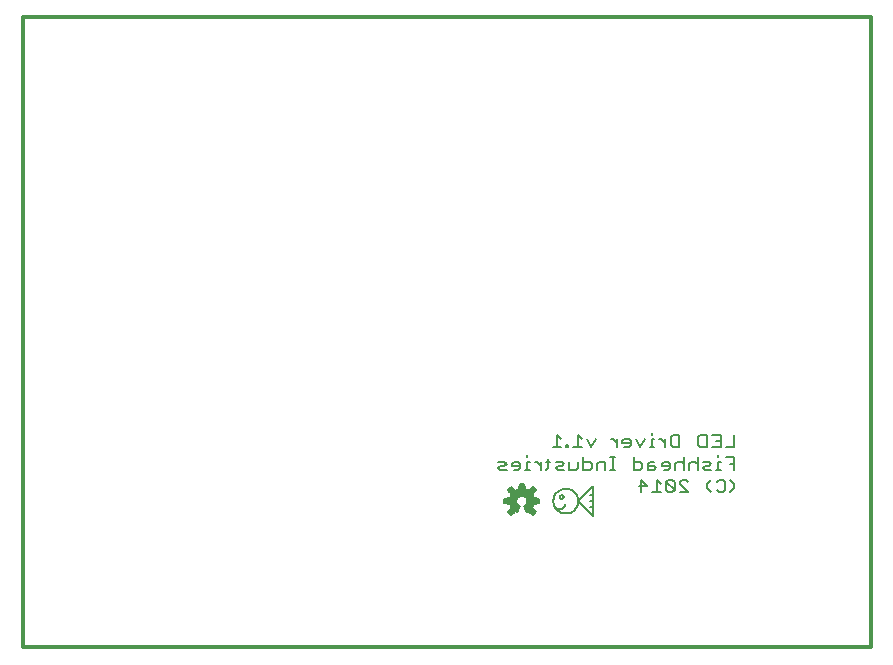
<source format=gbo>
G75*
%MOIN*%
%OFA0B0*%
%FSLAX24Y24*%
%IPPOS*%
%LPD*%
%AMOC8*
5,1,8,0,0,1.08239X$1,22.5*
%
%ADD10C,0.0120*%
%ADD11C,0.0080*%
%ADD12C,0.0059*%
D10*
X006252Y000160D02*
X006252Y021160D01*
X034502Y021160D01*
X034502Y000160D01*
X006252Y000160D01*
D11*
X022086Y006145D02*
X022156Y006215D01*
X022296Y006215D01*
X022366Y006285D01*
X022296Y006355D01*
X022086Y006355D01*
X022086Y006145D02*
X022156Y006075D01*
X022366Y006075D01*
X022546Y006215D02*
X022546Y006285D01*
X022616Y006355D01*
X022756Y006355D01*
X022826Y006285D01*
X022826Y006145D01*
X022756Y006075D01*
X022616Y006075D01*
X022546Y006215D02*
X022826Y006215D01*
X022993Y006075D02*
X023133Y006075D01*
X023063Y006075D02*
X023063Y006355D01*
X023133Y006355D01*
X023063Y006495D02*
X023063Y006565D01*
X023307Y006355D02*
X023377Y006355D01*
X023517Y006215D01*
X023517Y006075D02*
X023517Y006355D01*
X023684Y006355D02*
X023824Y006355D01*
X023754Y006425D02*
X023754Y006145D01*
X023684Y006075D01*
X024004Y006145D02*
X024074Y006215D01*
X024214Y006215D01*
X024284Y006285D01*
X024214Y006355D01*
X024004Y006355D01*
X024004Y006145D02*
X024074Y006075D01*
X024284Y006075D01*
X024464Y006075D02*
X024464Y006355D01*
X024464Y006075D02*
X024675Y006075D01*
X024745Y006145D01*
X024745Y006355D01*
X024925Y006355D02*
X025135Y006355D01*
X025205Y006285D01*
X025205Y006145D01*
X025135Y006075D01*
X024925Y006075D01*
X024925Y006495D01*
X024877Y006825D02*
X024597Y006825D01*
X024737Y006825D02*
X024737Y007245D01*
X024877Y007105D01*
X025057Y007105D02*
X025197Y006825D01*
X025337Y007105D01*
X025839Y007105D02*
X025909Y007105D01*
X026049Y006965D01*
X026049Y006825D02*
X026049Y007105D01*
X026229Y007035D02*
X026229Y006965D01*
X026509Y006965D01*
X026509Y006895D02*
X026509Y007035D01*
X026439Y007105D01*
X026299Y007105D01*
X026229Y007035D01*
X026299Y006825D02*
X026439Y006825D01*
X026509Y006895D01*
X026690Y007105D02*
X026830Y006825D01*
X026970Y007105D01*
X027207Y007105D02*
X027207Y006825D01*
X027277Y006825D02*
X027137Y006825D01*
X027207Y007105D02*
X027277Y007105D01*
X027207Y007245D02*
X027207Y007315D01*
X027450Y007105D02*
X027520Y007105D01*
X027660Y006965D01*
X027660Y006825D02*
X027660Y007105D01*
X027841Y007175D02*
X027841Y006895D01*
X027911Y006825D01*
X028121Y006825D01*
X028121Y007245D01*
X027911Y007245D01*
X027841Y007175D01*
X028761Y007175D02*
X028761Y006895D01*
X028831Y006825D01*
X029042Y006825D01*
X029042Y007245D01*
X028831Y007245D01*
X028761Y007175D01*
X029222Y007245D02*
X029502Y007245D01*
X029502Y006825D01*
X029222Y006825D01*
X029362Y007035D02*
X029502Y007035D01*
X029682Y006825D02*
X029962Y006825D01*
X029962Y007245D01*
X029432Y006565D02*
X029432Y006495D01*
X029432Y006355D02*
X029432Y006075D01*
X029502Y006075D02*
X029362Y006075D01*
X029195Y006075D02*
X028985Y006075D01*
X028915Y006145D01*
X028985Y006215D01*
X029125Y006215D01*
X029195Y006285D01*
X029125Y006355D01*
X028915Y006355D01*
X028735Y006285D02*
X028665Y006355D01*
X028524Y006355D01*
X028454Y006285D01*
X028454Y006075D01*
X028274Y006075D02*
X028274Y006495D01*
X028204Y006355D02*
X028064Y006355D01*
X027994Y006285D01*
X027994Y006075D01*
X027814Y006145D02*
X027814Y006285D01*
X027744Y006355D01*
X027604Y006355D01*
X027534Y006285D01*
X027534Y006215D01*
X027814Y006215D01*
X027814Y006145D02*
X027744Y006075D01*
X027604Y006075D01*
X027353Y006145D02*
X027283Y006215D01*
X027073Y006215D01*
X027073Y006285D02*
X027073Y006075D01*
X027283Y006075D01*
X027353Y006145D01*
X027283Y006355D02*
X027143Y006355D01*
X027073Y006285D01*
X026893Y006285D02*
X026893Y006145D01*
X026823Y006075D01*
X026613Y006075D01*
X026613Y006495D01*
X026613Y006355D02*
X026823Y006355D01*
X026893Y006285D01*
X026836Y005745D02*
X027047Y005535D01*
X026766Y005535D01*
X026836Y005325D02*
X026836Y005745D01*
X027367Y005745D02*
X027367Y005325D01*
X027507Y005325D02*
X027227Y005325D01*
X027507Y005605D02*
X027367Y005745D01*
X027687Y005675D02*
X027967Y005395D01*
X027897Y005325D01*
X027757Y005325D01*
X027687Y005395D01*
X027687Y005675D01*
X027757Y005745D01*
X027897Y005745D01*
X027967Y005675D01*
X027967Y005395D01*
X028147Y005325D02*
X028428Y005325D01*
X028147Y005605D01*
X028147Y005675D01*
X028218Y005745D01*
X028358Y005745D01*
X028428Y005675D01*
X029055Y005605D02*
X029195Y005745D01*
X029375Y005675D02*
X029445Y005745D01*
X029585Y005745D01*
X029655Y005675D01*
X029655Y005395D01*
X029585Y005325D01*
X029445Y005325D01*
X029375Y005395D01*
X029195Y005325D02*
X029055Y005465D01*
X029055Y005605D01*
X028735Y006075D02*
X028735Y006495D01*
X028274Y006285D02*
X028204Y006355D01*
X029432Y006355D02*
X029502Y006355D01*
X029682Y006495D02*
X029962Y006495D01*
X029962Y006075D01*
X029962Y006285D02*
X029822Y006285D01*
X029822Y005745D02*
X029962Y005605D01*
X029962Y005465D01*
X029822Y005325D01*
X025972Y006075D02*
X025832Y006075D01*
X025902Y006075D02*
X025902Y006495D01*
X025972Y006495D02*
X025832Y006495D01*
X025665Y006355D02*
X025455Y006355D01*
X025385Y006285D01*
X025385Y006075D01*
X025665Y006075D02*
X025665Y006355D01*
X025252Y005535D02*
X025252Y005235D01*
X025162Y005235D01*
X025252Y005235D02*
X025252Y005035D01*
X025152Y005035D01*
X025252Y005035D02*
X025252Y004835D01*
X025152Y004835D01*
X025252Y004835D02*
X025252Y004535D01*
X024752Y005035D01*
X025252Y005535D01*
X023930Y005035D02*
X023932Y005075D01*
X023938Y005115D01*
X023948Y005155D01*
X023961Y005193D01*
X023979Y005229D01*
X023999Y005264D01*
X024024Y005296D01*
X024051Y005326D01*
X024081Y005353D01*
X024113Y005378D01*
X024148Y005398D01*
X024184Y005416D01*
X024222Y005429D01*
X024262Y005439D01*
X024302Y005445D01*
X024342Y005447D01*
X024382Y005445D01*
X024422Y005439D01*
X024462Y005429D01*
X024500Y005416D01*
X024536Y005398D01*
X024571Y005378D01*
X024603Y005353D01*
X024633Y005326D01*
X024660Y005296D01*
X024685Y005264D01*
X024705Y005229D01*
X024723Y005193D01*
X024736Y005155D01*
X024746Y005115D01*
X024752Y005075D01*
X024754Y005035D01*
X024752Y004995D01*
X024746Y004955D01*
X024736Y004915D01*
X024723Y004877D01*
X024705Y004841D01*
X024685Y004806D01*
X024660Y004774D01*
X024633Y004744D01*
X024603Y004717D01*
X024571Y004692D01*
X024536Y004672D01*
X024500Y004654D01*
X024462Y004641D01*
X024422Y004631D01*
X024382Y004625D01*
X024342Y004623D01*
X024302Y004625D01*
X024262Y004631D01*
X024222Y004641D01*
X024184Y004654D01*
X024148Y004672D01*
X024113Y004692D01*
X024081Y004717D01*
X024051Y004744D01*
X024024Y004774D01*
X023999Y004806D01*
X023979Y004841D01*
X023961Y004877D01*
X023948Y004915D01*
X023938Y004955D01*
X023932Y004995D01*
X023930Y005035D01*
X024013Y004805D02*
X024036Y004791D01*
X024060Y004780D01*
X024086Y004773D01*
X024112Y004769D01*
X024139Y004768D01*
X024165Y004771D01*
X024191Y004777D01*
X024216Y004786D01*
X024240Y004799D01*
X024262Y004814D01*
X024281Y004832D01*
X024299Y004853D01*
X024313Y004875D01*
X024324Y004899D01*
X024333Y004925D01*
X024138Y005175D02*
X024140Y005190D01*
X024145Y005205D01*
X024154Y005217D01*
X024166Y005228D01*
X024179Y005235D01*
X024194Y005239D01*
X024210Y005239D01*
X024225Y005235D01*
X024238Y005228D01*
X024250Y005217D01*
X024259Y005205D01*
X024264Y005190D01*
X024266Y005175D01*
X024264Y005160D01*
X024259Y005145D01*
X024250Y005133D01*
X024238Y005122D01*
X024225Y005115D01*
X024210Y005111D01*
X024194Y005111D01*
X024179Y005115D01*
X024166Y005122D01*
X024154Y005133D01*
X024145Y005145D01*
X024140Y005160D01*
X024138Y005175D01*
X024186Y006825D02*
X023906Y006825D01*
X024046Y006825D02*
X024046Y007245D01*
X024186Y007105D01*
X024347Y006895D02*
X024347Y006825D01*
X024417Y006825D01*
X024417Y006895D01*
X024347Y006895D01*
D12*
X023241Y005500D02*
X023343Y005399D01*
X023222Y005250D01*
X023252Y005190D01*
X023273Y005126D01*
X023464Y005107D01*
X023464Y004963D01*
X023273Y004944D01*
X023252Y004880D01*
X023222Y004820D01*
X023343Y004671D01*
X023241Y004570D01*
X023093Y004691D01*
X023033Y004660D01*
X022948Y004864D01*
X022986Y004886D01*
X023018Y004915D01*
X023042Y004951D01*
X023057Y004992D01*
X023062Y005035D01*
X023057Y005079D01*
X023041Y005120D01*
X023016Y005157D01*
X022983Y005186D01*
X022944Y005207D01*
X022901Y005218D01*
X022857Y005218D01*
X022814Y005208D01*
X022775Y005188D01*
X022741Y005160D01*
X022716Y005124D01*
X022699Y005083D01*
X022693Y005039D01*
X022697Y004995D01*
X022712Y004953D01*
X022736Y004916D01*
X022768Y004886D01*
X022807Y004864D01*
X022722Y004660D01*
X022662Y004691D01*
X022514Y004570D01*
X022412Y004671D01*
X022533Y004820D01*
X022502Y004880D01*
X022482Y004944D01*
X022291Y004963D01*
X022291Y005107D01*
X022482Y005126D01*
X022502Y005190D01*
X022533Y005250D01*
X022412Y005399D01*
X022514Y005500D01*
X022662Y005379D01*
X022722Y005410D01*
X022786Y005431D01*
X022805Y005621D01*
X022949Y005621D01*
X022969Y005431D01*
X023033Y005410D01*
X023093Y005379D01*
X023241Y005500D01*
X023286Y005455D02*
X023185Y005455D01*
X023115Y005398D02*
X023342Y005398D01*
X023295Y005340D02*
X022460Y005340D01*
X022507Y005282D02*
X023248Y005282D01*
X023235Y005225D02*
X022520Y005225D01*
X022495Y005167D02*
X022750Y005167D01*
X022710Y005110D02*
X022319Y005110D01*
X022291Y005052D02*
X022695Y005052D01*
X022697Y004995D02*
X022291Y004995D01*
X022484Y004937D02*
X022722Y004937D01*
X022780Y004880D02*
X022502Y004880D01*
X022532Y004822D02*
X022789Y004822D01*
X022765Y004764D02*
X022488Y004764D01*
X022441Y004707D02*
X022741Y004707D01*
X022611Y004649D02*
X022434Y004649D01*
X022492Y004592D02*
X022541Y004592D01*
X022989Y004764D02*
X023267Y004764D01*
X023223Y004822D02*
X022966Y004822D01*
X022975Y004880D02*
X023252Y004880D01*
X023271Y004937D02*
X023032Y004937D01*
X023057Y004995D02*
X023464Y004995D01*
X023464Y005052D02*
X023060Y005052D01*
X023045Y005110D02*
X023436Y005110D01*
X023260Y005167D02*
X023004Y005167D01*
X023057Y005398D02*
X022698Y005398D01*
X022640Y005398D02*
X022413Y005398D01*
X022469Y005455D02*
X022569Y005455D01*
X022789Y005455D02*
X022966Y005455D01*
X022960Y005513D02*
X022794Y005513D01*
X022800Y005570D02*
X022955Y005570D01*
X023013Y004707D02*
X023314Y004707D01*
X023321Y004649D02*
X023143Y004649D01*
X023214Y004592D02*
X023263Y004592D01*
M02*

</source>
